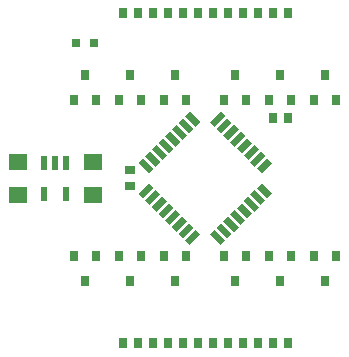
<source format=gbr>
G04 EAGLE Gerber RS-274X export*
G75*
%MOMM*%
%FSLAX34Y34*%
%LPD*%
%INSolderpaste Top*%
%IPPOS*%
%AMOC8*
5,1,8,0,0,1.08239X$1,22.5*%
G01*
%ADD10R,0.700000X0.900000*%
%ADD11R,1.270000X0.558800*%
%ADD12R,0.558800X1.270000*%
%ADD13R,1.600000X1.400000*%
%ADD14R,0.800000X0.800000*%
%ADD15R,0.900000X0.700000*%
%ADD16R,0.550000X1.200000*%
%ADD17R,0.800000X0.900000*%


D10*
X19200Y139700D03*
X6200Y139700D03*
X44600Y139700D03*
X31600Y139700D03*
D11*
G36*
X-43687Y-8040D02*
X-52666Y-17019D01*
X-56617Y-13068D01*
X-47638Y-4089D01*
X-43687Y-8040D01*
G37*
G36*
X-38030Y-13697D02*
X-47009Y-22676D01*
X-50960Y-18725D01*
X-41981Y-9746D01*
X-38030Y-13697D01*
G37*
G36*
X-32374Y-19354D02*
X-41353Y-28333D01*
X-45304Y-24382D01*
X-36325Y-15403D01*
X-32374Y-19354D01*
G37*
G36*
X-26717Y-25011D02*
X-35696Y-33990D01*
X-39647Y-30039D01*
X-30668Y-21060D01*
X-26717Y-25011D01*
G37*
G36*
X-21060Y-30668D02*
X-30039Y-39647D01*
X-33990Y-35696D01*
X-25011Y-26717D01*
X-21060Y-30668D01*
G37*
G36*
X-15403Y-36325D02*
X-24382Y-45304D01*
X-28333Y-41353D01*
X-19354Y-32374D01*
X-15403Y-36325D01*
G37*
G36*
X-9746Y-41981D02*
X-18725Y-50960D01*
X-22676Y-47009D01*
X-13697Y-38030D01*
X-9746Y-41981D01*
G37*
G36*
X-4089Y-47638D02*
X-13068Y-56617D01*
X-17019Y-52666D01*
X-8040Y-43687D01*
X-4089Y-47638D01*
G37*
D12*
G36*
X17019Y-52666D02*
X13068Y-56617D01*
X4089Y-47638D01*
X8040Y-43687D01*
X17019Y-52666D01*
G37*
G36*
X22676Y-47009D02*
X18725Y-50960D01*
X9746Y-41981D01*
X13697Y-38030D01*
X22676Y-47009D01*
G37*
G36*
X28333Y-41353D02*
X24382Y-45304D01*
X15403Y-36325D01*
X19354Y-32374D01*
X28333Y-41353D01*
G37*
G36*
X33990Y-35696D02*
X30039Y-39647D01*
X21060Y-30668D01*
X25011Y-26717D01*
X33990Y-35696D01*
G37*
G36*
X39647Y-30039D02*
X35696Y-33990D01*
X26717Y-25011D01*
X30668Y-21060D01*
X39647Y-30039D01*
G37*
G36*
X45304Y-24382D02*
X41353Y-28333D01*
X32374Y-19354D01*
X36325Y-15403D01*
X45304Y-24382D01*
G37*
G36*
X50960Y-18725D02*
X47009Y-22676D01*
X38030Y-13697D01*
X41981Y-9746D01*
X50960Y-18725D01*
G37*
G36*
X56617Y-13068D02*
X52666Y-17019D01*
X43687Y-8040D01*
X47638Y-4089D01*
X56617Y-13068D01*
G37*
D11*
G36*
X56617Y13068D02*
X47638Y4089D01*
X43687Y8040D01*
X52666Y17019D01*
X56617Y13068D01*
G37*
G36*
X50960Y18725D02*
X41981Y9746D01*
X38030Y13697D01*
X47009Y22676D01*
X50960Y18725D01*
G37*
G36*
X45304Y24382D02*
X36325Y15403D01*
X32374Y19354D01*
X41353Y28333D01*
X45304Y24382D01*
G37*
G36*
X39647Y30039D02*
X30668Y21060D01*
X26717Y25011D01*
X35696Y33990D01*
X39647Y30039D01*
G37*
G36*
X33990Y35696D02*
X25011Y26717D01*
X21060Y30668D01*
X30039Y39647D01*
X33990Y35696D01*
G37*
G36*
X28333Y41353D02*
X19354Y32374D01*
X15403Y36325D01*
X24382Y45304D01*
X28333Y41353D01*
G37*
G36*
X22676Y47009D02*
X13697Y38030D01*
X9746Y41981D01*
X18725Y50960D01*
X22676Y47009D01*
G37*
G36*
X17019Y52666D02*
X8040Y43687D01*
X4089Y47638D01*
X13068Y56617D01*
X17019Y52666D01*
G37*
D12*
G36*
X-4089Y47638D02*
X-8040Y43687D01*
X-17019Y52666D01*
X-13068Y56617D01*
X-4089Y47638D01*
G37*
G36*
X-9746Y41981D02*
X-13697Y38030D01*
X-22676Y47009D01*
X-18725Y50960D01*
X-9746Y41981D01*
G37*
G36*
X-15403Y36325D02*
X-19354Y32374D01*
X-28333Y41353D01*
X-24382Y45304D01*
X-15403Y36325D01*
G37*
G36*
X-21060Y30668D02*
X-25011Y26717D01*
X-33990Y35696D01*
X-30039Y39647D01*
X-21060Y30668D01*
G37*
G36*
X-26717Y25011D02*
X-30668Y21060D01*
X-39647Y30039D01*
X-35696Y33990D01*
X-26717Y25011D01*
G37*
G36*
X-32374Y19354D02*
X-36325Y15403D01*
X-45304Y24382D01*
X-41353Y28333D01*
X-32374Y19354D01*
G37*
G36*
X-38030Y13697D02*
X-41981Y9746D01*
X-50960Y18725D01*
X-47009Y22676D01*
X-38030Y13697D01*
G37*
G36*
X-43687Y8040D02*
X-47638Y4089D01*
X-56617Y13068D01*
X-52666Y17019D01*
X-43687Y8040D01*
G37*
D10*
X-57000Y-139700D03*
X-70000Y-139700D03*
D13*
X-95250Y14000D03*
X-95250Y-14000D03*
D10*
X-44600Y139700D03*
X-31600Y139700D03*
D14*
X-109100Y114300D03*
X-94100Y114300D03*
D15*
X-63500Y6500D03*
X-63500Y-6500D03*
D16*
X-117500Y13001D03*
X-127000Y13001D03*
X-136500Y13001D03*
X-136500Y-13001D03*
X-117500Y-13001D03*
D13*
X-158750Y14000D03*
X-158750Y-14000D03*
D10*
X70000Y139700D03*
X57000Y139700D03*
D17*
X54000Y66200D03*
X73000Y66200D03*
X63500Y87200D03*
D10*
X-70000Y139700D03*
X-57000Y139700D03*
X-19200Y-139700D03*
X-6200Y-139700D03*
X44600Y-139700D03*
X31600Y-139700D03*
X70000Y-139700D03*
X57000Y-139700D03*
X-19200Y139700D03*
X-6200Y139700D03*
X-44600Y-139700D03*
X-31600Y-139700D03*
X19200Y-139700D03*
X6200Y-139700D03*
D17*
X92100Y66200D03*
X111100Y66200D03*
X101600Y87200D03*
X-34900Y66200D03*
X-15900Y66200D03*
X-25400Y87200D03*
X-73000Y66200D03*
X-54000Y66200D03*
X-63500Y87200D03*
X-92100Y-66200D03*
X-111100Y-66200D03*
X-101600Y-87200D03*
X-111100Y66200D03*
X-92100Y66200D03*
X-101600Y87200D03*
X-15900Y-66200D03*
X-34900Y-66200D03*
X-25400Y-87200D03*
X73000Y-66200D03*
X54000Y-66200D03*
X63500Y-87200D03*
X111100Y-66200D03*
X92100Y-66200D03*
X101600Y-87200D03*
X15900Y66200D03*
X34900Y66200D03*
X25400Y87200D03*
X-54000Y-66200D03*
X-73000Y-66200D03*
X-63500Y-87200D03*
X34900Y-66200D03*
X15900Y-66200D03*
X25400Y-87200D03*
D10*
X57000Y50800D03*
X70000Y50800D03*
M02*

</source>
